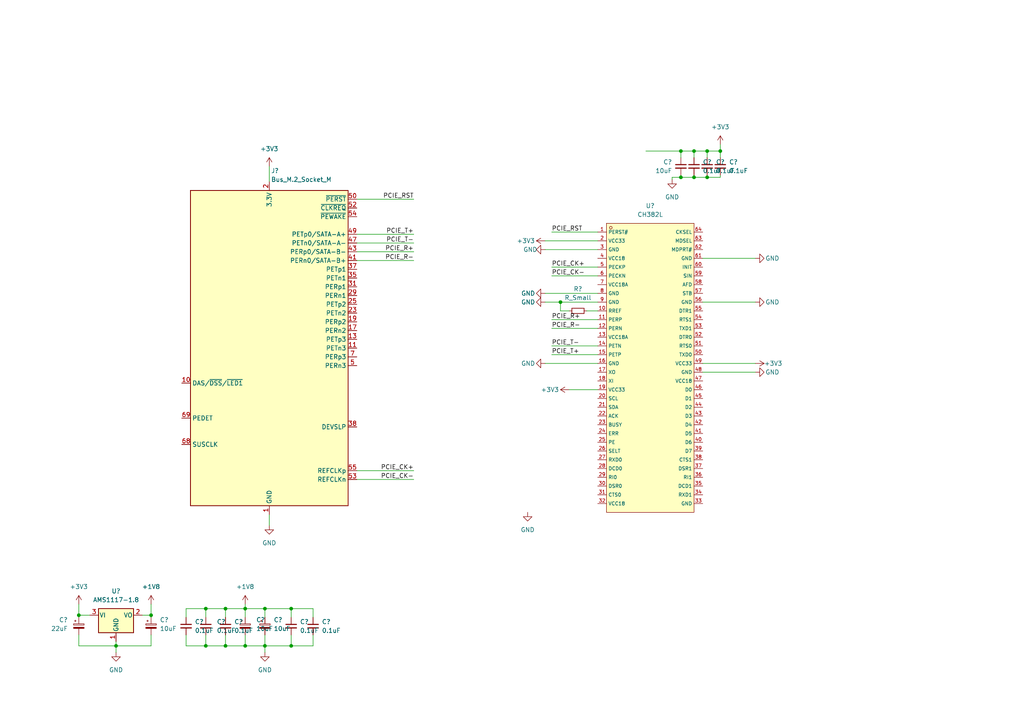
<source format=kicad_sch>
(kicad_sch (version 20211123) (generator eeschema)
  (paper "A4")
  (lib_symbols
    (symbol "4ms_Power-symbol:GND" (power) (pin_names (offset 0))
      (property "Value" "GND" (at 0 -3.81 0))
      (symbol "GND_0_1"
        (polyline (pts (xy 0 0) (xy 0 -1.27) (xy 1.27 -1.27) (xy 0 -2.54) (xy -1.27 -1.27) (xy 0 -1.27)))
      )
      (symbol "GND_1_1"
        (pin power_in line (at 0 0 270) (length 0) hide (name "GND") (number "1"))
      )
    )
    (symbol "Connector:Bus_M.2_Socket_M"
      (property "Reference" "J" (at -22.86 46.99 0))
      (property "Value" "Bus_M.2_Socket_M" (at 16.51 46.99 0))
      (symbol "Bus_M.2_Socket_M_0_1"
        (rectangle (start -22.86 45.72) (end 22.86 -45.72) (stroke (width 0.254)) (fill (type background)))
      )
      (symbol "Bus_M.2_Socket_M_1_1"
        (pin power_in line (at 0 -48.26 90) (length 2.54) (name "GND") (number "1"))
        (pin bidirectional line (at 25.4 -10.16 180) (length 2.54) (name "DAS/~{DSS}/~{LED1}") (number "10"))
        (pin output line (at -25.4 0 0) (length 2.54) (name "PETn3") (number "11"))
        (pin passive line (at 0 48.26 270) (length 2.54) hide (name "3.3V") (number "12"))
        (pin output line (at -25.4 2.54 0) (length 2.54) (name "PETp3") (number "13"))
        (pin passive line (at 0 48.26 270) (length 2.54) hide (name "3.3V") (number "14"))
        (pin passive line (at 0 -48.26 90) (length 2.54) hide (name "GND") (number "15"))
        (pin passive line (at 0 48.26 270) (length 2.54) hide (name "3.3V") (number "16"))
        (pin input line (at -25.4 5.08 0) (length 2.54) (name "PERn2") (number "17"))
        (pin passive line (at 0 48.26 270) (length 2.54) hide (name "3.3V") (number "18"))
        (pin input line (at -25.4 7.62 0) (length 2.54) (name "PERp2") (number "19"))
        (pin power_in line (at 0 48.26 270) (length 2.54) (name "3.3V") (number "2"))
        (pin no_connect line (at 22.86 2.54 180) (length 2.54) hide (name "NC") (number "20"))
        (pin passive line (at 0 -48.26 90) (length 2.54) hide (name "GND") (number "21"))
        (pin no_connect line (at 22.86 5.08 180) (length 2.54) hide (name "NC") (number "22"))
        (pin output line (at -25.4 10.16 0) (length 2.54) (name "PETn2") (number "23"))
        (pin no_connect line (at 22.86 7.62 180) (length 2.54) hide (name "NC") (number "24"))
        (pin output line (at -25.4 12.7 0) (length 2.54) (name "PETp2") (number "25"))
        (pin no_connect line (at 22.86 10.16 180) (length 2.54) hide (name "NC") (number "26"))
        (pin passive line (at 0 -48.26 90) (length 2.54) hide (name "GND") (number "27"))
        (pin no_connect line (at 22.86 12.7 180) (length 2.54) hide (name "NC") (number "28"))
        (pin input line (at -25.4 15.24 0) (length 2.54) (name "PERn1") (number "29"))
        (pin passive line (at 0 -48.26 90) (length 2.54) hide (name "GND") (number "3"))
        (pin no_connect line (at 22.86 15.24 180) (length 2.54) hide (name "NC") (number "30"))
        (pin input line (at -25.4 17.78 0) (length 2.54) (name "PERp1") (number "31"))
        (pin no_connect line (at 22.86 17.78 180) (length 2.54) hide (name "NC") (number "32"))
        (pin passive line (at 0 -48.26 90) (length 2.54) hide (name "GND") (number "33"))
        (pin no_connect line (at 22.86 20.32 180) (length 2.54) hide (name "NC") (number "34"))
        (pin output line (at -25.4 20.32 0) (length 2.54) (name "PETn1") (number "35"))
        (pin no_connect line (at 22.86 22.86 180) (length 2.54) hide (name "NC") (number "36"))
        (pin output line (at -25.4 22.86 0) (length 2.54) (name "PETp1") (number "37"))
        (pin output line (at -25.4 -22.86 0) (length 2.54) (name "DEVSLP") (number "38"))
        (pin passive line (at 0 -48.26 90) (length 2.54) hide (name "GND") (number "39"))
        (pin passive line (at 0 48.26 270) (length 2.54) hide (name "3.3V") (number "4"))
        (pin no_connect line (at 22.86 25.4 180) (length 2.54) hide (name "NC") (number "40"))
        (pin input line (at -25.4 25.4 0) (length 2.54) (name "PERn0/SATA-B+") (number "41"))
        (pin no_connect line (at 22.86 27.94 180) (length 2.54) hide (name "NC") (number "42"))
        (pin input line (at -25.4 27.94 0) (length 2.54) (name "PERp0/SATA-B-") (number "43"))
        (pin no_connect line (at 22.86 30.48 180) (length 2.54) hide (name "NC") (number "44"))
        (pin passive line (at 0 -48.26 90) (length 2.54) hide (name "GND") (number "45"))
        (pin no_connect line (at 22.86 33.02 180) (length 2.54) hide (name "NC") (number "46"))
        (pin output line (at -25.4 30.48 0) (length 2.54) (name "PETn0/SATA-A-") (number "47"))
        (pin no_connect line (at 22.86 35.56 180) (length 2.54) hide (name "NC") (number "48"))
        (pin output line (at -25.4 33.02 0) (length 2.54) (name "PETp0/SATA-A+") (number "49"))
        (pin input line (at -25.4 -5.08 0) (length 2.54) (name "PERn3") (number "5"))
        (pin output line (at -25.4 43.18 0) (length 2.54) (name "~{PERST}") (number "50"))
        (pin passive line (at 0 -48.26 90) (length 2.54) hide (name "GND") (number "51"))
        (pin bidirectional line (at -25.4 40.64 0) (length 2.54) (name "~{CLKREQ}") (number "52"))
        (pin output line (at -25.4 -38.1 0) (length 2.54) (name "REFCLKn") (number "53"))
        (pin bidirectional line (at -25.4 38.1 0) (length 2.54) (name "~{PEWAKE}") (number "54"))
        (pin output line (at -25.4 -35.56 0) (length 2.54) (name "REFCLKp") (number "55"))
        (pin no_connect line (at 22.86 38.1 180) (length 2.54) hide (name "NC") (number "56"))
        (pin passive line (at 0 -48.26 90) (length 2.54) hide (name "GND") (number "57"))
        (pin no_connect line (at 22.86 40.64 180) (length 2.54) hide (name "NC") (number "58"))
        (pin no_connect line (at 22.86 -2.54 180) (length 2.54) hide (name "NC") (number "6"))
        (pin no_connect line (at 22.86 -5.08 180) (length 2.54) hide (name "NC") (number "67"))
        (pin output line (at 25.4 -27.94 180) (length 2.54) (name "SUSCLK") (number "68"))
        (pin passive line (at 25.4 -20.32 180) (length 2.54) (name "PEDET") (number "69"))
        (pin input line (at -25.4 -2.54 0) (length 2.54) (name "PERp3") (number "7"))
        (pin passive line (at 0 48.26 270) (length 2.54) hide (name "3.3V") (number "70"))
        (pin passive line (at 0 -48.26 90) (length 2.54) hide (name "GND") (number "71"))
        (pin passive line (at 0 48.26 270) (length 2.54) hide (name "3.3V") (number "72"))
        (pin passive line (at 0 -48.26 90) (length 2.54) hide (name "GND") (number "73"))
        (pin passive line (at 0 48.26 270) (length 2.54) hide (name "3.3V") (number "74"))
        (pin passive line (at 0 -48.26 90) (length 2.54) hide (name "GND") (number "75"))
        (pin no_connect line (at 22.86 0 180) (length 2.54) hide (name "NC") (number "8"))
        (pin passive line (at 0 -48.26 90) (length 2.54) hide (name "GND") (number "9"))
      )
    )
    (symbol "Device:C_Polarized_Small" (pin_numbers hide) (pin_names (offset 0.254) hide)
      (property "Reference" "C" (at 0.254 1.778 0))
      (property "Value" "C_Polarized_Small" (at 0.254 -2.032 0))
      (symbol "C_Polarized_Small_0_1"
        (rectangle (start -1.524 -0.3048) (end 1.524 -0.6858) (fill (type outline)))
        (rectangle (start -1.524 0.6858) (end 1.524 0.3048))
        (polyline (pts (xy -1.27 1.524) (xy -0.762 1.524)))
        (polyline (pts (xy -1.016 1.27) (xy -1.016 1.778)))
      )
      (symbol "C_Polarized_Small_1_1"
        (pin passive line (at 0 2.54 270) (length 1.8542) (name "~") (number "1"))
        (pin passive line (at 0 -2.54 90) (length 1.8542) (name "~") (number "2"))
      )
    )
    (symbol "Device:C_Small" (pin_numbers hide) (pin_names (offset 0.254) hide)
      (property "Reference" "C" (at 0.254 1.778 0))
      (property "Value" "C_Small" (at 0.254 -2.032 0))
      (symbol "C_Small_0_1"
        (polyline (pts (xy -1.524 -0.508) (xy 1.524 -0.508)) (stroke (width 0.3302)))
        (polyline (pts (xy -1.524 0.508) (xy 1.524 0.508)) (stroke (width 0.3048)))
      )
      (symbol "C_Small_1_1"
        (pin passive line (at 0 2.54 270) (length 2.032) (name "~") (number "1"))
        (pin passive line (at 0 -2.54 90) (length 2.032) (name "~") (number "2"))
      )
    )
    (symbol "Device:R_Small" (pin_numbers hide) (pin_names (offset 0.254) hide)
      (property "Reference" "R" (at 0.762 0.508 0))
      (property "Value" "R_Small" (at 0.762 -1.016 0))
      (symbol "R_Small_0_1"
        (rectangle (start -0.762 1.778) (end 0.762 -1.778) (stroke (width 0.2032)))
      )
      (symbol "R_Small_1_1"
        (pin passive line (at 0 2.54 270) (length 0.762) (name "~") (number "1"))
        (pin passive line (at 0 -2.54 90) (length 0.762) (name "~") (number "2"))
      )
    )
    (symbol "Regulator_Linear:AMS1117-1.8" (pin_names (offset 0.254))
      (property "Reference" "U" (at -3.81 3.175 0))
      (property "Value" "AMS1117-1.8" (at 0 3.175 0))
      (symbol "AMS1117-1.8_0_1"
        (rectangle (start -5.08 -5.08) (end 5.08 1.905) (stroke (width 0.254)) (fill (type background)))
      )
      (symbol "AMS1117-1.8_1_1"
        (pin power_in line (at 0 -7.62 90) (length 2.54) (name "GND") (number "1"))
        (pin power_out line (at 7.62 0 180) (length 2.54) (name "VO") (number "2"))
        (pin power_in line (at -7.62 0 0) (length 2.54) (name "VI") (number "3"))
      )
    )
    (symbol "gpscard:CH382L"
      (property "Reference" "U" (at 0 1.27 0))
      (property "Value" "CH382L" (at 0 -2.54 0))
      (symbol "CH382L_0_1"
        (rectangle (start -12.7 29.21) (end 12.7 -54.61) (fill (type background)))
        (circle (center -11.43 27.94) (radius 0.381) (fill (type background)))
        (pin unspecified line (at -15.24 26.67 0) (length 2.54) (name "PERST#") (number "1"))
        (pin unspecified line (at -15.24 3.81 0) (length 2.54) (name "RREF") (number "10"))
        (pin unspecified line (at -15.24 1.27 0) (length 2.54) (name "PERP") (number "11"))
        (pin unspecified line (at -15.24 -1.27 0) (length 2.54) (name "PERN") (number "12"))
        (pin unspecified line (at -15.24 -3.81 0) (length 2.54) (name "VCC18A") (number "13"))
        (pin unspecified line (at -15.24 -6.35 0) (length 2.54) (name "PETN") (number "14"))
        (pin unspecified line (at -15.24 -8.89 0) (length 2.54) (name "PETP") (number "15"))
        (pin unspecified line (at -15.24 -11.43 0) (length 2.54) (name "GND") (number "16"))
        (pin unspecified line (at -15.24 -13.97 0) (length 2.54) (name "XO") (number "17"))
        (pin unspecified line (at -15.24 -16.51 0) (length 2.54) (name "XI") (number "18"))
        (pin unspecified line (at -15.24 -19.05 0) (length 2.54) (name "VCC33") (number "19"))
        (pin unspecified line (at -15.24 24.13 0) (length 2.54) (name "VCC33") (number "2"))
        (pin unspecified line (at -15.24 -21.59 0) (length 2.54) (name "SCL") (number "20"))
        (pin unspecified line (at -15.24 -24.13 0) (length 2.54) (name "SDA") (number "21"))
        (pin unspecified line (at -15.24 -26.67 0) (length 2.54) (name "ACK") (number "22"))
        (pin unspecified line (at -15.24 -29.21 0) (length 2.54) (name "BUSY") (number "23"))
        (pin unspecified line (at -15.24 -31.75 0) (length 2.54) (name "ERR") (number "24"))
        (pin unspecified line (at -15.24 -34.29 0) (length 2.54) (name "PE") (number "25"))
        (pin unspecified line (at -15.24 -36.83 0) (length 2.54) (name "SELT") (number "26"))
        (pin unspecified line (at -15.24 -39.37 0) (length 2.54) (name "RXD0") (number "27"))
        (pin unspecified line (at -15.24 -41.91 0) (length 2.54) (name "DCD0") (number "28"))
        (pin unspecified line (at -15.24 -44.45 0) (length 2.54) (name "RI0") (number "29"))
        (pin unspecified line (at -15.24 21.59 0) (length 2.54) (name "GND") (number "3"))
        (pin unspecified line (at -15.24 -46.99 0) (length 2.54) (name "DSR0") (number "30"))
        (pin unspecified line (at -15.24 -49.53 0) (length 2.54) (name "CTS0") (number "31"))
        (pin unspecified line (at -15.24 -52.07 0) (length 2.54) (name "VCC18") (number "32"))
        (pin unspecified line (at 15.24 -52.07 180) (length 2.54) (name "GND") (number "33"))
        (pin unspecified line (at 15.24 -49.53 180) (length 2.54) (name "RXD1") (number "34"))
        (pin unspecified line (at 15.24 -46.99 180) (length 2.54) (name "DCD1") (number "35"))
        (pin unspecified line (at 15.24 -44.45 180) (length 2.54) (name "RI1") (number "36"))
        (pin unspecified line (at 15.24 -41.91 180) (length 2.54) (name "DSR1") (number "37"))
        (pin unspecified line (at 15.24 -39.37 180) (length 2.54) (name "CTS1") (number "38"))
        (pin unspecified line (at 15.24 -36.83 180) (length 2.54) (name "D7") (number "39"))
        (pin unspecified line (at -15.24 19.05 0) (length 2.54) (name "VCC18") (number "4"))
        (pin unspecified line (at 15.24 -34.29 180) (length 2.54) (name "D6") (number "40"))
        (pin unspecified line (at 15.24 -31.75 180) (length 2.54) (name "D5") (number "41"))
        (pin unspecified line (at 15.24 -29.21 180) (length 2.54) (name "D4") (number "42"))
        (pin unspecified line (at 15.24 -26.67 180) (length 2.54) (name "D3") (number "43"))
        (pin unspecified line (at 15.24 -24.13 180) (length 2.54) (name "D2") (number "44"))
        (pin unspecified line (at 15.24 -21.59 180) (length 2.54) (name "D1") (number "45"))
        (pin unspecified line (at 15.24 -19.05 180) (length 2.54) (name "D0") (number "46"))
        (pin unspecified line (at 15.24 -16.51 180) (length 2.54) (name "VCC18") (number "47"))
        (pin unspecified line (at 15.24 -13.97 180) (length 2.54) (name "GND") (number "48"))
        (pin unspecified line (at 15.24 -11.43 180) (length 2.54) (name "VCC33") (number "49"))
        (pin unspecified line (at -15.24 16.51 0) (length 2.54) (name "PECKP") (number "5"))
        (pin unspecified line (at 15.24 -8.89 180) (length 2.54) (name "TXD0") (number "50"))
        (pin unspecified line (at 15.24 -6.35 180) (length 2.54) (name "RTS0") (number "51"))
        (pin unspecified line (at 15.24 -3.81 180) (length 2.54) (name "DTR0") (number "52"))
        (pin unspecified line (at 15.24 -1.27 180) (length 2.54) (name "TXD1") (number "53"))
        (pin unspecified line (at 15.24 1.27 180) (length 2.54) (name "RTS1") (number "54"))
        (pin unspecified line (at 15.24 3.81 180) (length 2.54) (name "DTR1") (number "55"))
        (pin unspecified line (at 15.24 6.35 180) (length 2.54) (name "GND") (number "56"))
        (pin unspecified line (at 15.24 8.89 180) (length 2.54) (name "STB") (number "57"))
        (pin unspecified line (at 15.24 11.43 180) (length 2.54) (name "AFD") (number "58"))
        (pin unspecified line (at 15.24 13.97 180) (length 2.54) (name "SIN") (number "59"))
        (pin unspecified line (at -15.24 13.97 0) (length 2.54) (name "PECKN") (number "6"))
        (pin unspecified line (at 15.24 16.51 180) (length 2.54) (name "INIT") (number "60"))
        (pin unspecified line (at 15.24 19.05 180) (length 2.54) (name "GND") (number "61"))
        (pin unspecified line (at 15.24 21.59 180) (length 2.54) (name "MDPRT#") (number "62"))
        (pin unspecified line (at 15.24 24.13 180) (length 2.54) (name "MDSEL") (number "63"))
        (pin unspecified line (at 15.24 26.67 180) (length 2.54) (name "CKSEL") (number "64"))
        (pin unspecified line (at -15.24 11.43 0) (length 2.54) (name "VCC18A") (number "7"))
        (pin unspecified line (at -15.24 8.89 0) (length 2.54) (name "GND") (number "8"))
        (pin unspecified line (at -15.24 6.35 0) (length 2.54) (name "GND") (number "9"))
      )
    )
    (symbol "power:+1V8" (power) (pin_names (offset 0))
      (property "Value" "+1V8" (at 0 3.556 0))
      (symbol "+1V8_0_1"
        (polyline (pts (xy -0.762 1.27) (xy 0 2.54)))
        (polyline (pts (xy 0 0) (xy 0 2.54)))
        (polyline (pts (xy 0 2.54) (xy 0.762 1.27)))
      )
      (symbol "+1V8_1_1"
        (pin power_in line (at 0 0 90) (length 0) hide (name "+1V8") (number "1"))
      )
    )
    (symbol "power:+3.3V" (power) (pin_names (offset 0))
      (property "Value" "+3.3V" (at 0 3.556 0))
      (symbol "+3.3V_0_1"
        (polyline (pts (xy -0.762 1.27) (xy 0 2.54)))
        (polyline (pts (xy 0 0) (xy 0 2.54)))
        (polyline (pts (xy 0 2.54) (xy 0.762 1.27)))
      )
      (symbol "+3.3V_1_1"
        (pin power_in line (at 0 0 90) (length 0) hide (name "+3V3") (number "1"))
      )
    )
  )
  (junction (at 205.105 43.815))
  (junction (at 65.405 176.53))
  (junction (at 201.295 43.815))
  (junction (at 201.295 51.435))
  (junction (at 197.485 43.815))
  (junction (at 59.69 176.53))
  (junction (at 71.12 176.53))
  (junction (at 208.915 43.815))
  (junction (at 22.86 178.435))
  (junction (at 65.405 187.325))
  (junction (at 197.485 51.435))
  (junction (at 76.835 176.53))
  (junction (at 59.69 187.325))
  (junction (at 84.455 187.325))
  (junction (at 43.815 178.435))
  (junction (at 76.835 187.325))
  (junction (at 84.455 176.53))
  (junction (at 205.105 51.435))
  (junction (at 33.655 187.325))
  (junction (at 71.12 187.325))
  (junction (at 162.56 87.63))
  (wire (pts (xy 208.915 43.815) (xy 208.915 45.72)))
  (wire (pts (xy 76.835 187.325) (xy 76.835 189.23)))
  (wire (pts (xy 201.295 43.815) (xy 201.295 45.72)))
  (wire (pts (xy 71.12 187.325) (xy 65.405 187.325)))
  (wire (pts (xy 103.505 70.485) (xy 120.015 70.485)))
  (wire (pts (xy 219.075 107.95) (xy 203.835 107.95)))
  (wire (pts (xy 59.69 187.325) (xy 53.975 187.325)))
  (wire (pts (xy 103.505 67.945) (xy 120.015 67.945)))
  (wire (pts (xy 173.355 80.01) (xy 160.02 80.01)))
  (wire (pts (xy 76.835 184.15) (xy 76.835 187.325)))
  (wire (pts (xy 208.915 50.8) (xy 208.915 51.435)))
  (wire (pts (xy 76.835 187.325) (xy 84.455 187.325)))
  (wire (pts (xy 158.115 105.41) (xy 173.355 105.41)))
  (wire (pts (xy 103.505 75.565) (xy 120.015 75.565)))
  (wire (pts (xy 201.295 50.8) (xy 201.295 51.435)))
  (wire (pts (xy 43.815 178.435) (xy 43.815 179.07)))
  (wire (pts (xy 59.69 187.325) (xy 59.69 184.15)))
  (wire (pts (xy 103.505 73.025) (xy 120.015 73.025)))
  (wire (pts (xy 43.815 175.26) (xy 43.815 178.435)))
  (wire (pts (xy 170.18 90.17) (xy 173.355 90.17)))
  (wire (pts (xy 22.86 187.325) (xy 22.86 184.15)))
  (wire (pts (xy 197.485 50.8) (xy 197.485 51.435)))
  (wire (pts (xy 65.405 176.53) (xy 65.405 179.07)))
  (wire (pts (xy 84.455 187.325) (xy 90.805 187.325)))
  (wire (pts (xy 201.295 43.815) (xy 197.485 43.815)))
  (wire (pts (xy 76.835 176.53) (xy 76.835 179.07)))
  (wire (pts (xy 71.12 187.325) (xy 76.835 187.325)))
  (wire (pts (xy 158.115 87.63) (xy 162.56 87.63)))
  (wire (pts (xy 201.295 51.435) (xy 205.105 51.435)))
  (wire (pts (xy 197.485 51.435) (xy 201.295 51.435)))
  (wire (pts (xy 43.815 187.325) (xy 33.655 187.325)))
  (wire (pts (xy 208.915 43.815) (xy 205.105 43.815)))
  (wire (pts (xy 78.105 149.225) (xy 78.105 152.4)))
  (wire (pts (xy 173.355 95.25) (xy 160.02 95.25)))
  (wire (pts (xy 173.355 102.87) (xy 160.02 102.87)))
  (wire (pts (xy 205.105 43.815) (xy 205.105 45.72)))
  (wire (pts (xy 71.12 176.53) (xy 71.12 179.07)))
  (wire (pts (xy 71.12 176.53) (xy 76.835 176.53)))
  (wire (pts (xy 71.12 176.53) (xy 65.405 176.53)))
  (wire (pts (xy 103.505 136.525) (xy 120.015 136.525)))
  (wire (pts (xy 33.655 187.325) (xy 33.655 189.23)))
  (wire (pts (xy 90.805 187.325) (xy 90.805 184.15)))
  (wire (pts (xy 59.69 176.53) (xy 53.975 176.53)))
  (wire (pts (xy 173.355 77.47) (xy 160.02 77.47)))
  (wire (pts (xy 53.975 176.53) (xy 53.975 179.07)))
  (wire (pts (xy 205.105 50.8) (xy 205.105 51.435)))
  (wire (pts (xy 158.115 69.85) (xy 173.355 69.85)))
  (wire (pts (xy 158.115 85.09) (xy 173.355 85.09)))
  (wire (pts (xy 165.1 113.03) (xy 173.355 113.03)))
  (wire (pts (xy 203.835 105.41) (xy 219.075 105.41)))
  (wire (pts (xy 162.56 90.17) (xy 162.56 87.63)))
  (wire (pts (xy 33.655 187.325) (xy 33.655 186.055)))
  (wire (pts (xy 22.86 178.435) (xy 22.86 179.07)))
  (wire (pts (xy 208.915 41.91) (xy 208.915 43.815)))
  (wire (pts (xy 205.105 43.815) (xy 201.295 43.815)))
  (wire (pts (xy 65.405 187.325) (xy 65.405 184.15)))
  (wire (pts (xy 205.105 51.435) (xy 208.915 51.435)))
  (wire (pts (xy 162.56 87.63) (xy 173.355 87.63)))
  (wire (pts (xy 22.86 175.26) (xy 22.86 178.435)))
  (wire (pts (xy 90.805 176.53) (xy 84.455 176.53)))
  (wire (pts (xy 84.455 176.53) (xy 84.455 179.07)))
  (wire (pts (xy 43.815 184.15) (xy 43.815 187.325)))
  (wire (pts (xy 65.405 176.53) (xy 59.69 176.53)))
  (wire (pts (xy 26.035 178.435) (xy 22.86 178.435)))
  (wire (pts (xy 219.075 74.93) (xy 203.835 74.93)))
  (wire (pts (xy 41.275 178.435) (xy 43.815 178.435)))
  (wire (pts (xy 84.455 176.53) (xy 76.835 176.53)))
  (wire (pts (xy 103.505 57.785) (xy 120.015 57.785)))
  (wire (pts (xy 197.485 43.815) (xy 197.485 45.72)))
  (wire (pts (xy 103.505 139.065) (xy 120.015 139.065)))
  (wire (pts (xy 165.1 90.17) (xy 162.56 90.17)))
  (wire (pts (xy 33.655 187.325) (xy 22.86 187.325)))
  (wire (pts (xy 194.945 51.435) (xy 197.485 51.435)))
  (wire (pts (xy 90.805 176.53) (xy 90.805 179.07)))
  (wire (pts (xy 197.485 43.815) (xy 187.325 43.815)))
  (wire (pts (xy 71.12 184.15) (xy 71.12 187.325)))
  (wire (pts (xy 173.355 67.31) (xy 160.02 67.31)))
  (wire (pts (xy 84.455 184.15) (xy 84.455 187.325)))
  (wire (pts (xy 219.075 87.63) (xy 203.835 87.63)))
  (wire (pts (xy 65.405 187.325) (xy 59.69 187.325)))
  (wire (pts (xy 173.355 100.33) (xy 160.02 100.33)))
  (wire (pts (xy 78.105 48.26) (xy 78.105 52.705)))
  (wire (pts (xy 173.355 92.71) (xy 160.02 92.71)))
  (wire (pts (xy 158.115 72.39) (xy 173.355 72.39)))
  (wire (pts (xy 53.975 187.325) (xy 53.975 184.15)))
  (wire (pts (xy 59.69 176.53) (xy 59.69 179.07)))
  (wire (pts (xy 71.12 175.26) (xy 71.12 176.53)))
  (wire (pts (xy 194.945 52.07) (xy 194.945 51.435)))
  (label "PCIE_T+" (at 120.015 67.945 180))
  (label "PCIE_CK+" (at 160.02 77.47 0))
  (label "PCIE_R-" (at 120.015 75.565 180))
  (label "PCIE_R+" (at 120.015 73.025 180))
  (label "PCIE_CK-" (at 120.015 139.065 180))
  (label "PCIE_RST" (at 160.02 67.31 0))
  (label "PCIE_CK-" (at 160.02 80.01 0))
  (label "PCIE_T+" (at 160.02 102.87 0))
  (label "PCIE_T-" (at 120.015 70.485 180))
  (label "PCIE_RST" (at 120.015 57.785 180))
  (label "PCIE_CK+" (at 120.015 136.525 180))
  (label "PCIE_T-" (at 160.02 100.33 0))
  (label "PCIE_R-" (at 160.02 95.25 0))
  (label "PCIE_R+" (at 160.02 92.71 0))
  (symbol (lib_id "Device:C_Small") (at 84.455 181.61 0) (unit 1)
    (property "Reference" "C?" (at 86.995 180.3462 0) (effects (justify left)))
    (property "Value" "0.1uF" (at 86.995 182.8862 0) (effects (justify left)))
  )
  (symbol (lib_id "Device:C_Small") (at 53.975 181.61 0) (unit 1)
    (property "Reference" "C?" (at 56.515 180.3462 0) (effects (justify left)))
    (property "Value" "0.1uF" (at 56.515 182.8862 0) (effects (justify left)))
  )
  (symbol (lib_id "Regulator_Linear:AMS1117-1.8") (at 33.655 178.435 0) (unit 1)
    (property "Reference" "U?" (at 33.655 171.45 0))
    (property "Value" "AMS1117-1.8" (at 33.655 173.99 0))
    (property "Footprint" "Package_TO_SOT_SMD:SOT-223-3_TabPin2" (effects hide))
    (property "Datasheet" "http://www.advanced-monolithic.com/pdf/ds1117.pdf" (effects hide))
  )
  (symbol (lib_id "Device:C_Small") (at 90.805 181.61 0) (unit 1)
    (property "Reference" "C?" (at 93.345 180.3462 0) (effects (justify left)))
    (property "Value" "0.1uF" (at 93.345 182.8862 0) (effects (justify left)))
  )
  (symbol (lib_id "4ms_Power-symbol:GND") (at 194.945 52.07 0) (unit 1)
    (property "Reference" "#PWR?" (effects hide))
    (property "Value" "GND" (at 194.945 57.15 0))
  )
  (symbol (lib_id "4ms_Power-symbol:GND") (at 153.035 148.59 0) (unit 1)
    (property "Reference" "#PWR?" (effects hide))
    (property "Value" "GND" (at 153.035 153.67 0))
  )
  (symbol (lib_id "Device:R_Small") (at 167.64 90.17 90) (unit 1)
    (property "Reference" "R?" (at 167.64 83.82 90))
    (property "Value" "R_Small" (at 167.64 86.36 90))
  )
  (symbol (lib_id "Device:C_Polarized_Small") (at 43.815 181.61 0) (unit 1)
    (property "Reference" "C?" (at 46.355 179.7938 0) (effects (justify left)))
    (property "Value" "10uF" (at 46.355 182.3338 0) (effects (justify left)))
  )
  (symbol (lib_id "Device:C_Small") (at 197.485 48.26 0) (unit 1)
    (property "Reference" "C?" (at 194.945 46.9962 0) (effects (justify right)))
    (property "Value" "10uF" (at 194.945 49.5362 0) (effects (justify right)))
  )
  (symbol (lib_id "4ms_Power-symbol:GND") (at 219.075 87.63 90) (unit 1)
    (property "Reference" "#PWR?" (effects hide))
    (property "Value" "GND" (at 226.06 87.63 90) (effects (justify left)))
  )
  (symbol (lib_id "power:+1V8") (at 71.12 175.26 0) (unit 1)
    (property "Reference" "#PWR?" (effects hide))
    (property "Value" "+1V8" (at 71.12 170.18 0))
  )
  (symbol (lib_id "4ms_Power-symbol:GND") (at 158.115 105.41 270) (unit 1)
    (property "Reference" "#PWR?" (effects hide))
    (property "Value" "GND" (at 151.13 105.41 90) (effects (justify left)))
  )
  (symbol (lib_id "Device:C_Small") (at 65.405 181.61 0) (unit 1)
    (property "Reference" "C?" (at 67.945 180.3462 0) (effects (justify left)))
    (property "Value" "0.1uF" (at 67.945 182.8862 0) (effects (justify left)))
  )
  (symbol (lib_id "power:+1V8") (at 43.815 175.26 0) (unit 1)
    (property "Reference" "#PWR?" (effects hide))
    (property "Value" "+1V8" (at 43.815 170.18 0))
  )
  (symbol (lib_id "power:+3.3V") (at 219.075 105.41 270) (mirror x) (unit 1)
    (property "Reference" "#PWR?" (effects hide))
    (property "Value" "+3.3V" (at 221.615 105.41 90) (effects (justify left)))
  )
  (symbol (lib_id "4ms_Power-symbol:GND") (at 78.105 152.4 0) (unit 1)
    (property "Reference" "#PWR?" (effects hide))
    (property "Value" "GND" (at 78.105 157.48 0))
  )
  (symbol (lib_id "Device:C_Small") (at 201.295 48.26 0) (unit 1)
    (property "Reference" "C?" (at 203.835 46.9962 0) (effects (justify left)))
    (property "Value" "0.1uF" (at 203.835 49.5362 0) (effects (justify left)))
  )
  (symbol (lib_id "4ms_Power-symbol:GND") (at 33.655 189.23 0) (unit 1)
    (property "Reference" "#PWR?" (effects hide))
    (property "Value" "GND" (at 33.655 194.31 0))
  )
  (symbol (lib_id "4ms_Power-symbol:GND") (at 76.835 189.23 0) (unit 1)
    (property "Reference" "#PWR?" (effects hide))
    (property "Value" "GND" (at 76.835 194.31 0))
  )
  (symbol (lib_id "Device:C_Polarized_Small") (at 22.86 181.61 0) (unit 1)
    (property "Reference" "C?" (at 19.685 179.7938 0) (effects (justify right)))
    (property "Value" "22uF" (at 19.685 182.3338 0) (effects (justify right)))
  )
  (symbol (lib_id "power:+3.3V") (at 78.105 48.26 0) (unit 1)
    (property "Reference" "#PWR?" (effects hide))
    (property "Value" "+3.3V" (at 78.105 43.18 0))
  )
  (symbol (lib_id "4ms_Power-symbol:GND") (at 158.115 85.09 270) (unit 1)
    (property "Reference" "#PWR?" (effects hide))
    (property "Value" "GND" (at 151.13 85.09 90) (effects (justify left)))
  )
  (symbol (lib_id "Device:C_Small") (at 205.105 48.26 0) (unit 1)
    (property "Reference" "C?" (at 207.645 46.9962 0) (effects (justify left)))
    (property "Value" "0.1uF" (at 207.645 49.5362 0) (effects (justify left)))
  )
  (symbol (lib_id "Device:C_Polarized_Small") (at 71.12 181.61 0) (unit 1)
    (property "Reference" "C?" (at 74.295 179.7938 0) (effects (justify left)))
    (property "Value" "10uF" (at 74.295 182.3338 0) (effects (justify left)))
  )
  (symbol (lib_id "power:+3.3V") (at 158.115 69.85 90) (unit 1)
    (property "Reference" "#PWR?" (effects hide))
    (property "Value" "+3.3V" (at 149.86 69.85 90) (effects (justify right)))
  )
  (symbol (lib_id "4ms_Power-symbol:GND") (at 219.075 107.95 90) (unit 1)
    (property "Reference" "#PWR?" (effects hide))
    (property "Value" "GND" (at 226.06 107.95 90) (effects (justify left)))
  )
  (symbol (lib_id "power:+3.3V") (at 208.915 41.91 0) (unit 1)
    (property "Reference" "#PWR?" (effects hide))
    (property "Value" "+3.3V" (at 208.915 36.83 0))
  )
  (symbol (lib_id "Device:C_Polarized_Small") (at 76.835 181.61 0) (unit 1)
    (property "Reference" "C?" (at 79.375 179.7938 0) (effects (justify left)))
    (property "Value" "10uF" (at 79.375 182.3338 0) (effects (justify left)))
  )
  (symbol (lib_id "4ms_Power-symbol:GND") (at 158.115 87.63 270) (unit 1)
    (property "Reference" "#PWR?" (effects hide))
    (property "Value" "GND" (at 151.13 87.63 90) (effects (justify left)))
  )
  (symbol (lib_id "4ms_Power-symbol:GND") (at 158.115 72.39 270) (unit 1)
    (property "Reference" "#PWR?" (effects hide))
    (property "Value" "GND" (at 151.765 72.39 90) (effects (justify left)))
  )
  (symbol (lib_id "Device:C_Small") (at 208.915 48.26 0) (unit 1)
    (property "Reference" "C?" (at 211.455 46.9962 0) (effects (justify left)))
    (property "Value" "0.1uF" (at 211.455 49.5362 0) (effects (justify left)))
  )
  (symbol (lib_id "gpscard:CH382L") (at 188.595 93.98 0) (unit 1)
    (property "Reference" "U?" (at 188.595 59.69 0))
    (property "Value" "CH382L" (at 188.595 62.23 0))
    (property "Footprint" "footprint:LQFP-64_L7.0-W7.0-P0.40-LS9.2-BL" (effects hide))
    (property "Datasheet" "https://item.szlcsc.com/225907.html" (effects hide))
    (property "LCSC" "C2685237" (effects hide))
  )
  (symbol (lib_id "Device:C_Small") (at 59.69 181.61 0) (unit 1)
    (property "Reference" "C?" (at 62.865 180.3462 0) (effects (justify left)))
    (property "Value" "0.1uF" (at 62.865 182.8862 0) (effects (justify left)))
  )
  (symbol (lib_id "power:+3.3V") (at 22.86 175.26 0) (unit 1)
    (property "Reference" "#PWR?" (effects hide))
    (property "Value" "+3.3V" (at 22.86 170.18 0))
  )
  (symbol (lib_id "Connector:Bus_M.2_Socket_M") (at 78.105 100.965 0) (mirror y) (unit 1)
    (property "Reference" "J?" (at 78.6256 49.53 0) (effects (justify right)))
    (property "Value" "Bus_M.2_Socket_M" (at 78.6256 52.07 0) (effects (justify right)))
    (property "Datasheet" "http://read.pudn.com/downloads794/doc/project/3133918/PCIe_M.2_Electromechanical_Spec_Rev1.0_Final_11012013_RS_Clean.pdf#page=155" (effects hide))
  )
  (symbol (lib_id "power:+3.3V") (at 165.1 113.03 90) (unit 1)
    (property "Reference" "#PWR?" (effects hide))
    (property "Value" "+3.3V" (at 156.845 113.03 90) (effects (justify right)))
  )
  (symbol (lib_id "4ms_Power-symbol:GND") (at 219.075 74.93 90) (unit 1)
    (property "Reference" "#PWR?" (effects hide))
    (property "Value" "GND" (at 226.06 74.93 90) (effects (justify left)))
  )
)
</source>
